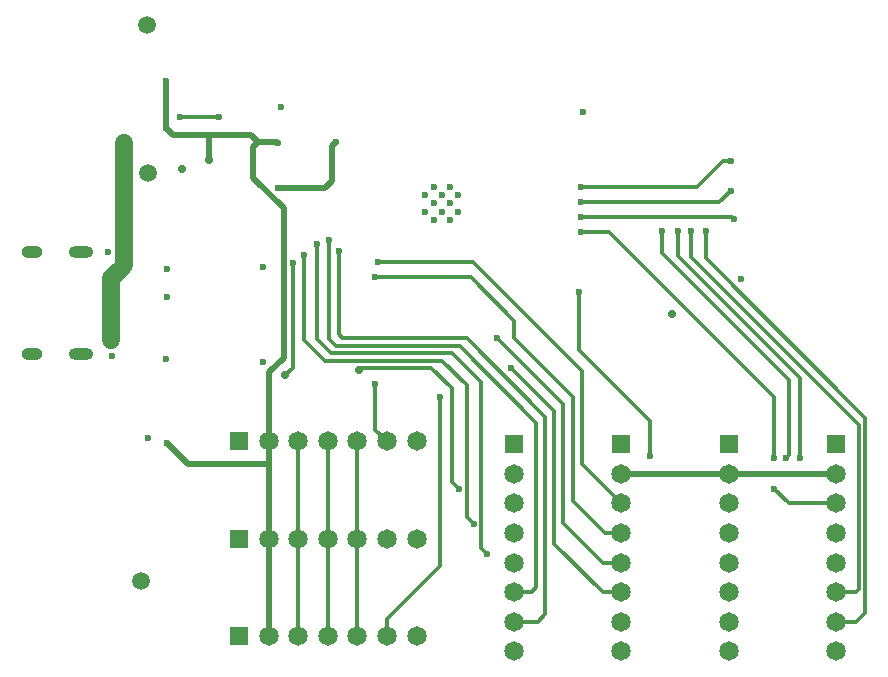
<source format=gbr>
%TF.GenerationSoftware,KiCad,Pcbnew,8.0.8*%
%TF.CreationDate,2025-04-03T15:34:39+02:00*%
%TF.ProjectId,MCU,4d43552e-6b69-4636-9164-5f7063625858,rev?*%
%TF.SameCoordinates,Original*%
%TF.FileFunction,Copper,L4,Bot*%
%TF.FilePolarity,Positive*%
%FSLAX46Y46*%
G04 Gerber Fmt 4.6, Leading zero omitted, Abs format (unit mm)*
G04 Created by KiCad (PCBNEW 8.0.8) date 2025-04-03 15:34:39*
%MOMM*%
%LPD*%
G01*
G04 APERTURE LIST*
%TA.AperFunction,HeatsinkPad*%
%ADD10O,2.100000X1.000000*%
%TD*%
%TA.AperFunction,HeatsinkPad*%
%ADD11O,1.800000X1.000000*%
%TD*%
%TA.AperFunction,ComponentPad*%
%ADD12R,1.650000X1.650000*%
%TD*%
%TA.AperFunction,ComponentPad*%
%ADD13C,1.650000*%
%TD*%
%TA.AperFunction,HeatsinkPad*%
%ADD14C,0.600000*%
%TD*%
%TA.AperFunction,ViaPad*%
%ADD15C,0.600000*%
%TD*%
%TA.AperFunction,ViaPad*%
%ADD16C,0.700000*%
%TD*%
%TA.AperFunction,ViaPad*%
%ADD17C,1.500000*%
%TD*%
%TA.AperFunction,ViaPad*%
%ADD18C,1.300000*%
%TD*%
%TA.AperFunction,ViaPad*%
%ADD19C,1.200000*%
%TD*%
%TA.AperFunction,Conductor*%
%ADD20C,0.500000*%
%TD*%
%TA.AperFunction,Conductor*%
%ADD21C,1.500000*%
%TD*%
%TA.AperFunction,Conductor*%
%ADD22C,0.300000*%
%TD*%
G04 APERTURE END LIST*
D10*
%TO.P,USB-C,S1,SHIELD*%
%TO.N,GND*%
X103455000Y-83260000D03*
D11*
X99275000Y-83260000D03*
D10*
X103455000Y-91900000D03*
D11*
X99275000Y-91900000D03*
%TD*%
D12*
%TO.P,SPI1,1,1*%
%TO.N,GND*%
X116850000Y-107580000D03*
D13*
%TO.P,SPI1,2,2*%
%TO.N,+3.3V*%
X119350000Y-107580000D03*
%TO.P,SPI1,3,3*%
%TO.N,mosi*%
X121850000Y-107580000D03*
%TO.P,SPI1,4,4*%
%TO.N,sck*%
X124350000Y-107580000D03*
%TO.P,SPI1,5,5*%
%TO.N,miso*%
X126850000Y-107580000D03*
%TO.P,SPI1,6,6*%
%TO.N,ss1*%
X129350000Y-107580000D03*
%TO.P,SPI1,7,7*%
%TO.N,+5Vin*%
X131850000Y-107580000D03*
%TD*%
D12*
%TO.P,GPIO0,1,1*%
%TO.N,GND*%
X140100000Y-99580000D03*
D13*
%TO.P,GPIO0,2,2*%
%TO.N,+3.3V*%
X140100000Y-102080000D03*
%TO.P,GPIO0,3,3*%
%TO.N,io46*%
X140100000Y-104580000D03*
%TO.P,GPIO0,4,4*%
%TO.N,io7*%
X140100000Y-107080000D03*
%TO.P,GPIO0,5,5*%
%TO.N,io15*%
X140100000Y-109580000D03*
%TO.P,GPIO0,6,6*%
%TO.N,io16*%
X140100000Y-112080000D03*
%TO.P,GPIO0,7,7*%
%TO.N,io17*%
X140100000Y-114580000D03*
%TO.P,GPIO0,8,8*%
%TO.N,+5Vin*%
X140100000Y-117080000D03*
%TD*%
D12*
%TO.P,SPI2,1,1*%
%TO.N,GND*%
X116850000Y-115830000D03*
D13*
%TO.P,SPI2,2,2*%
%TO.N,+3.3V*%
X119350000Y-115830000D03*
%TO.P,SPI2,3,3*%
%TO.N,mosi*%
X121850000Y-115830000D03*
%TO.P,SPI2,4,4*%
%TO.N,sck*%
X124350000Y-115830000D03*
%TO.P,SPI2,5,5*%
%TO.N,miso*%
X126850000Y-115830000D03*
%TO.P,SPI2,6,6*%
%TO.N,ss2*%
X129350000Y-115830000D03*
%TO.P,SPI2,7,7*%
%TO.N,+5Vin*%
X131850000Y-115830000D03*
%TD*%
D12*
%TO.P,GPIO3,1,1*%
%TO.N,GND*%
X167350000Y-99580000D03*
D13*
%TO.P,GPIO3,2,2*%
%TO.N,+3.3V*%
X167350000Y-102080000D03*
%TO.P,GPIO3,3,3*%
%TO.N,io39*%
X167350000Y-104580000D03*
%TO.P,GPIO3,4,4*%
%TO.N,txd0*%
X167350000Y-107080000D03*
%TO.P,GPIO3,5,5*%
%TO.N,rxd0*%
X167350000Y-109580000D03*
%TO.P,GPIO3,6,6*%
%TO.N,io2*%
X167350000Y-112080000D03*
%TO.P,GPIO3,7,7*%
%TO.N,io1*%
X167350000Y-114580000D03*
%TO.P,GPIO3,8,8*%
%TO.N,+5Vin*%
X167350000Y-117080000D03*
%TD*%
D12*
%TO.P,GPIO2,1,1*%
%TO.N,GND*%
X158266666Y-99580000D03*
D13*
%TO.P,GPIO2,2,2*%
%TO.N,+3.3V*%
X158266666Y-102080000D03*
%TO.P,GPIO2,3,3*%
%TO.N,io45*%
X158266666Y-104580000D03*
%TO.P,GPIO2,4,4*%
%TO.N,io35*%
X158266666Y-107080000D03*
%TO.P,GPIO2,5,5*%
%TO.N,io36*%
X158266666Y-109580000D03*
%TO.P,GPIO2,6,6*%
%TO.N,io37*%
X158266666Y-112080000D03*
%TO.P,GPIO2,7,7*%
%TO.N,io38*%
X158266666Y-114580000D03*
%TO.P,GPIO2,8,8*%
%TO.N,+5Vin*%
X158266666Y-117080000D03*
%TD*%
D14*
%TO.P,U1,41,GND*%
%TO.N,GND*%
X132600000Y-78480000D03*
X132600000Y-79880000D03*
X133300000Y-77780000D03*
X133300000Y-79180000D03*
X133300000Y-80580000D03*
X134000000Y-78480000D03*
X134000000Y-79880000D03*
X134700000Y-77780000D03*
X134700000Y-79180000D03*
X134700000Y-80580000D03*
X135400000Y-78480000D03*
X135400000Y-79880000D03*
%TD*%
D12*
%TO.P,SPI0,1,1*%
%TO.N,GND*%
X116850000Y-99330000D03*
D13*
%TO.P,SPI0,2,2*%
%TO.N,+3.3V*%
X119350000Y-99330000D03*
%TO.P,SPI0,3,3*%
%TO.N,mosi*%
X121850000Y-99330000D03*
%TO.P,SPI0,4,4*%
%TO.N,sck*%
X124350000Y-99330000D03*
%TO.P,SPI0,5,5*%
%TO.N,miso*%
X126850000Y-99330000D03*
%TO.P,SPI0,6,6*%
%TO.N,ss0*%
X129350000Y-99330000D03*
%TO.P,SPI0,7,7*%
%TO.N,+5Vin*%
X131850000Y-99330000D03*
%TD*%
D12*
%TO.P,GPIO1,1,1*%
%TO.N,GND*%
X149183333Y-99580000D03*
D13*
%TO.P,GPIO1,2,2*%
%TO.N,+3.3V*%
X149183333Y-102080000D03*
%TO.P,GPIO1,3,3*%
%TO.N,io18*%
X149183333Y-104580000D03*
%TO.P,GPIO1,4,4*%
%TO.N,io8*%
X149183333Y-107080000D03*
%TO.P,GPIO1,5,5*%
%TO.N,io21*%
X149183333Y-109580000D03*
%TO.P,GPIO1,6,6*%
%TO.N,io47*%
X149183333Y-112080000D03*
%TO.P,GPIO1,7,7*%
%TO.N,io48*%
X149183333Y-114580000D03*
%TO.P,GPIO1,8,8*%
%TO.N,+5Vin*%
X149183333Y-117080000D03*
%TD*%
D15*
%TO.N,GND*%
X159350000Y-85590000D03*
X120412500Y-71017500D03*
D16*
X112000000Y-76250000D03*
D15*
X118850000Y-84580000D03*
X106100000Y-92070000D03*
X109122500Y-98992500D03*
X105750000Y-83250000D03*
X110750000Y-87080000D03*
X110750000Y-84750000D03*
D16*
X153500000Y-88500000D03*
D15*
X110662500Y-92382500D03*
X145975000Y-71455000D03*
D17*
X109000000Y-64080000D03*
D15*
X118850000Y-92570000D03*
%TO.N,+3.3V*%
X110600000Y-68830000D03*
X110750000Y-99500000D03*
X120600000Y-89750000D03*
X120100000Y-74080000D03*
X110600000Y-72750000D03*
D16*
X114250000Y-75500000D03*
D17*
%TO.N,+5Vout*%
X106875000Y-84625000D03*
D18*
X107100000Y-74080000D03*
D19*
X106000000Y-90750000D03*
D15*
%TO.N,i2s sd*%
X158500000Y-75590000D03*
X145750000Y-77810000D03*
%TO.N,i2s sck*%
X145750000Y-80330000D03*
X158750000Y-80500000D03*
%TO.N,i2s ws*%
X145750000Y-79080000D03*
X158465000Y-78090000D03*
%TO.N,io15*%
X137850000Y-108830000D03*
X123410000Y-82640000D03*
D17*
%TO.N,+5Vin*%
X109100000Y-76580000D03*
X108500000Y-111102500D03*
D15*
%TO.N,io1*%
X156350000Y-81500000D03*
%TO.N,io7*%
X122350000Y-83500000D03*
X136700000Y-106330000D03*
%TO.N,io17*%
X125250000Y-83200000D03*
%TO.N,txd0*%
X154010000Y-81490000D03*
X164350000Y-100750000D03*
%TO.N,io16*%
X124400000Y-82250000D03*
%TO.N,rxd0*%
X163100000Y-100750000D03*
X152600000Y-81500000D03*
%TO.N,io18*%
X128600000Y-84160000D03*
%TO.N,io35*%
X145600000Y-86700000D03*
X151600000Y-100580000D03*
%TO.N,io21*%
X138675000Y-90580000D03*
%TO.N,ss0*%
X128350000Y-94500000D03*
%TO.N,io39*%
X162100000Y-100750000D03*
X162100000Y-103330000D03*
X145750000Y-81620000D03*
%TO.N,io47*%
X139850000Y-93080000D03*
%TO.N,scl1*%
X115100000Y-71830000D03*
X111850000Y-71830000D03*
%TO.N,scl0*%
X121350000Y-84250000D03*
D16*
X120750000Y-93720000D03*
D15*
%TO.N,ss2*%
X133850000Y-95580000D03*
%TO.N,reset*%
X125000000Y-74000000D03*
X120100000Y-77830000D03*
%TO.N,io2*%
X155100000Y-81500000D03*
%TO.N,io8*%
X128350000Y-85430000D03*
%TO.N,io46*%
X135450000Y-103330000D03*
D16*
X127000000Y-93250000D03*
%TD*%
D20*
%TO.N,+3.3V*%
X112500000Y-101250000D02*
X110750000Y-99500000D01*
X120020000Y-74000000D02*
X120100000Y-74080000D01*
X120600000Y-89750000D02*
X120600000Y-92230000D01*
X119350000Y-93480000D02*
X119350000Y-99330000D01*
X110600000Y-68830000D02*
X110600000Y-72750000D01*
X111250000Y-73400000D02*
X114250000Y-73400000D01*
X120600000Y-92230000D02*
X119350000Y-93480000D01*
X119350000Y-107580000D02*
X119350000Y-115830000D01*
X114250000Y-73400000D02*
X117800000Y-73400000D01*
X117800000Y-73400000D02*
X118400000Y-74000000D01*
X114250000Y-73400000D02*
X114250000Y-75500000D01*
X118000000Y-74400000D02*
X118400000Y-74000000D01*
X118000000Y-77000000D02*
X118000000Y-74400000D01*
X119350000Y-101250000D02*
X112500000Y-101250000D01*
X120600000Y-79600000D02*
X118000000Y-77000000D01*
X119350000Y-99330000D02*
X119350000Y-107580000D01*
X118400000Y-74000000D02*
X120020000Y-74000000D01*
X120600000Y-89750000D02*
X120600000Y-79600000D01*
X119350000Y-99330000D02*
X119350000Y-101250000D01*
X110600000Y-72750000D02*
X111250000Y-73400000D01*
X149183333Y-102080000D02*
X167350000Y-102080000D01*
D21*
%TO.N,+5Vout*%
X106875000Y-84625000D02*
X107100000Y-84400000D01*
X106000000Y-85500000D02*
X106000000Y-90750000D01*
X106875000Y-84625000D02*
X106000000Y-85500000D01*
X107100000Y-84400000D02*
X107100000Y-74080000D01*
D22*
%TO.N,i2s sd*%
X155620000Y-77810000D02*
X145750000Y-77810000D01*
X157840000Y-75590000D02*
X155620000Y-77810000D01*
X158500000Y-75590000D02*
X157840000Y-75590000D01*
%TO.N,i2s sck*%
X158750000Y-80500000D02*
X158580000Y-80330000D01*
X158580000Y-80330000D02*
X145750000Y-80330000D01*
%TO.N,i2s ws*%
X157475000Y-79080000D02*
X145750000Y-79080000D01*
X158465000Y-78090000D02*
X157475000Y-79080000D01*
%TO.N,io15*%
X124600000Y-91830000D02*
X134850000Y-91830000D01*
X123400000Y-90630000D02*
X124600000Y-91830000D01*
X123400000Y-82650000D02*
X123400000Y-90630000D01*
X123410000Y-82640000D02*
X123400000Y-82650000D01*
X137350000Y-94330000D02*
X137350000Y-108330000D01*
X134850000Y-91830000D02*
X137350000Y-94330000D01*
X137350000Y-108330000D02*
X137850000Y-108830000D01*
%TO.N,io1*%
X156350000Y-83830000D02*
X169850000Y-97330000D01*
X169850000Y-113830000D02*
X169100000Y-114580000D01*
X156350000Y-81500000D02*
X156350000Y-83830000D01*
X169850000Y-97330000D02*
X169850000Y-113830000D01*
X169100000Y-114580000D02*
X167350000Y-114580000D01*
%TO.N,io7*%
X124135000Y-92500000D02*
X134020000Y-92500000D01*
X136100000Y-94580000D02*
X136100000Y-105730000D01*
X136100000Y-105730000D02*
X136700000Y-106330000D01*
X122350000Y-83500000D02*
X122350000Y-90715000D01*
X134020000Y-92500000D02*
X136100000Y-94580000D01*
X122350000Y-90715000D02*
X124135000Y-92500000D01*
%TO.N,io17*%
X142750000Y-113930000D02*
X142100000Y-114580000D01*
X136100000Y-90580000D02*
X142750000Y-97230000D01*
X125250000Y-83200000D02*
X125250000Y-90250000D01*
X125580000Y-90580000D02*
X136100000Y-90580000D01*
X142100000Y-114580000D02*
X140100000Y-114580000D01*
X142750000Y-97230000D02*
X142750000Y-113930000D01*
X125250000Y-90250000D02*
X125580000Y-90580000D01*
%TO.N,txd0*%
X164350000Y-100750000D02*
X164350000Y-93950000D01*
X154010000Y-83610000D02*
X154010000Y-81490000D01*
X164350000Y-93950000D02*
X154010000Y-83610000D01*
%TO.N,io16*%
X141600000Y-112080000D02*
X140100000Y-112080000D01*
X125020000Y-91250000D02*
X135520000Y-91250000D01*
X142000000Y-97730000D02*
X142000000Y-111680000D01*
X124400000Y-82250000D02*
X124400000Y-90630000D01*
X142000000Y-111680000D02*
X141600000Y-112080000D01*
X135520000Y-91250000D02*
X142000000Y-97730000D01*
X124400000Y-90630000D02*
X125020000Y-91250000D01*
%TO.N,rxd0*%
X163350000Y-94150000D02*
X152600000Y-83400000D01*
X163350000Y-100500000D02*
X163350000Y-94150000D01*
X163100000Y-100750000D02*
X163350000Y-100500000D01*
X152600000Y-83400000D02*
X152600000Y-81500000D01*
%TO.N,io18*%
X128600000Y-84160000D02*
X136637106Y-84160000D01*
X145850000Y-101246667D02*
X149183333Y-104580000D01*
X136637106Y-84160000D02*
X145850000Y-93372894D01*
X145850000Y-93372894D02*
X145850000Y-101246667D01*
%TO.N,io35*%
X151600000Y-97580000D02*
X151600000Y-100580000D01*
X145600000Y-91580000D02*
X151600000Y-97580000D01*
X145600000Y-86700000D02*
X145600000Y-91580000D01*
%TO.N,io21*%
X144250000Y-106230000D02*
X147600000Y-109580000D01*
X144250000Y-96155000D02*
X144250000Y-106230000D01*
X147600000Y-109580000D02*
X149183333Y-109580000D01*
X138675000Y-90580000D02*
X144250000Y-96155000D01*
%TO.N,miso*%
X126850000Y-99330000D02*
X126850000Y-107580000D01*
X126850000Y-107580000D02*
X126850000Y-115830000D01*
%TO.N,sck*%
X124350000Y-99330000D02*
X124350000Y-107580000D01*
X124350000Y-107580000D02*
X124350000Y-115830000D01*
%TO.N,mosi*%
X121850000Y-107580000D02*
X121850000Y-115830000D01*
X121850000Y-99330000D02*
X121850000Y-107580000D01*
%TO.N,ss0*%
X128350000Y-98330000D02*
X129350000Y-99330000D01*
X128350000Y-94500000D02*
X128350000Y-98330000D01*
%TO.N,io39*%
X162100000Y-103330000D02*
X163350000Y-104580000D01*
X162100000Y-95580000D02*
X148140000Y-81620000D01*
X163350000Y-104580000D02*
X167350000Y-104580000D01*
X148140000Y-81620000D02*
X145750000Y-81620000D01*
X162100000Y-100750000D02*
X162100000Y-95580000D01*
%TO.N,io47*%
X143500000Y-96730000D02*
X143500000Y-107980000D01*
X147600000Y-112080000D02*
X149183333Y-112080000D01*
X143500000Y-107980000D02*
X147600000Y-112080000D01*
X139850000Y-93080000D02*
X143500000Y-96730000D01*
%TO.N,scl1*%
X111850000Y-71830000D02*
X115100000Y-71830000D01*
%TO.N,scl0*%
X120750000Y-93720000D02*
X121350000Y-93120000D01*
X121350000Y-93120000D02*
X121350000Y-84250000D01*
%TO.N,ss2*%
X133850000Y-95580000D02*
X133850000Y-109900000D01*
X133850000Y-109900000D02*
X129350000Y-114400000D01*
X129350000Y-114400000D02*
X129350000Y-115830000D01*
D20*
%TO.N,reset*%
X124680000Y-77250000D02*
X124100000Y-77830000D01*
X124100000Y-77830000D02*
X120100000Y-77830000D01*
X125000000Y-74000000D02*
X124680000Y-74320000D01*
X124680000Y-74320000D02*
X124680000Y-77250000D01*
D22*
%TO.N,io2*%
X155100000Y-83700000D02*
X169350000Y-97950000D01*
X169350000Y-111830000D02*
X169100000Y-112080000D01*
X155100000Y-81500000D02*
X155100000Y-83700000D01*
X169350000Y-97950000D02*
X169350000Y-111830000D01*
X169100000Y-112080000D02*
X167350000Y-112080000D01*
%TO.N,io8*%
X136430000Y-85430000D02*
X140100000Y-89100000D01*
X140100000Y-89100000D02*
X140100000Y-90600000D01*
X145100000Y-104350000D02*
X147830000Y-107080000D01*
X147830000Y-107080000D02*
X149183333Y-107080000D01*
X128350000Y-85430000D02*
X136430000Y-85430000D01*
X140100000Y-90600000D02*
X145100000Y-95600000D01*
X145100000Y-95600000D02*
X145100000Y-104350000D01*
%TO.N,io46*%
X135450000Y-103330000D02*
X134850000Y-102730000D01*
X134850000Y-94830000D02*
X133100000Y-93080000D01*
X133100000Y-93080000D02*
X127170000Y-93080000D01*
X127170000Y-93080000D02*
X127000000Y-93250000D01*
X134850000Y-102730000D02*
X134850000Y-94830000D01*
%TD*%
M02*

</source>
